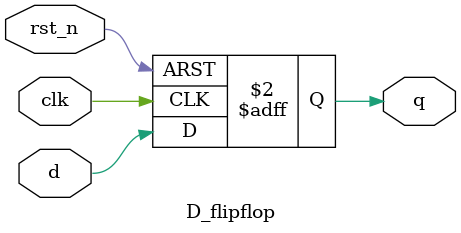
<source format=v>
module lab2_ex1(SW,LEDR,LEDG);
	input [17:0] SW;
	output [7:0] LEDR;
	output [17:0] LEDG;
	assign LEDR=SW;
	D_flipflop DUT(.clk(SW[0]), .rst_n(SW[2]),.d(SW[1]),.q(LEDG[0]));
endmodule

module D_flipflop (
  input clk, rst_n,
  input d,
  output reg q
  );
  always@(posedge clk or posedge rst_n) begin
    if(rst_n) q <= 0;
    else       q <= d;
  end
endmodule
</source>
